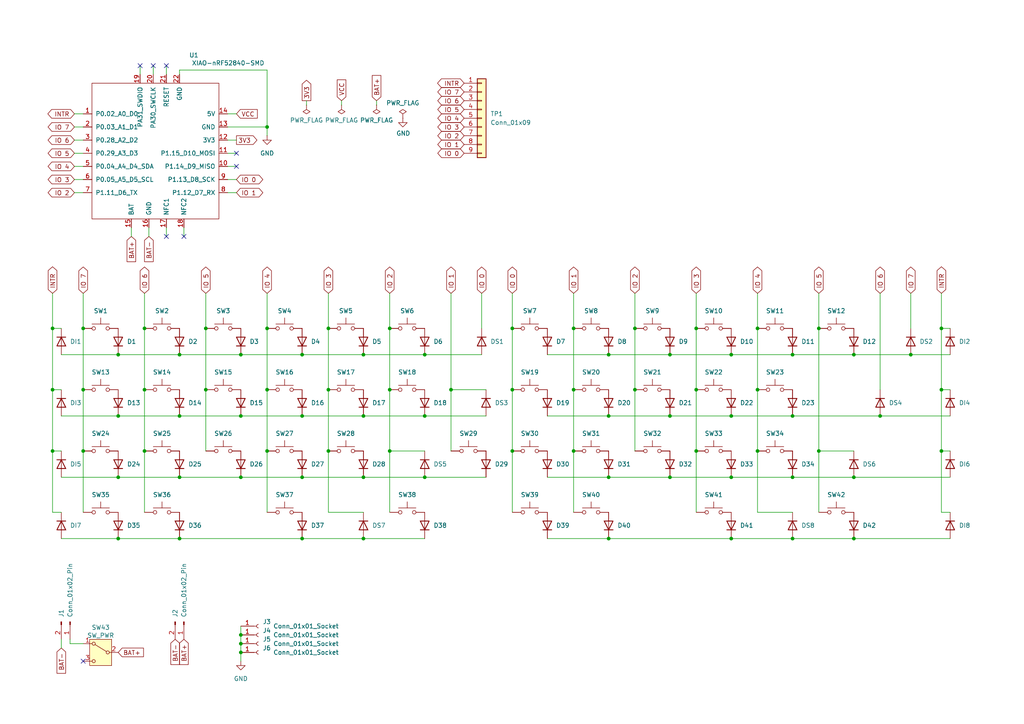
<source format=kicad_sch>
(kicad_sch (version 20250114) (generator "eeschema") (generator_version "9.0")
  (paper "A4")
  (title_block (title "n40a8c") (date "2025-04-17") (rev "1.0"))
  (junction (at 95.25 113.03))
  (junction (at 166.37 113.03))
  (junction (at 41.91 95.25))
  (junction (at 15.24 113.03))
  (junction (at 194.31 102.87))
  (junction (at 148.59 95.25))
  (junction (at 24.13 95.25))
  (junction (at 52.07 120.65))
  (junction (at 148.59 113.03))
  (junction (at 166.37 95.25))
  (junction (at 237.49 95.25))
  (junction (at 77.47 113.03))
  (junction (at 34.29 120.65))
  (junction (at 69.85 189.23))
  (junction (at 52.07 138.43))
  (junction (at 24.13 113.03))
  (junction (at 184.15 95.25))
  (junction (at 105.41 138.43))
  (junction (at 15.24 95.25))
  (junction (at 201.93 113.03))
  (junction (at 113.03 95.25))
  (junction (at 247.65 138.43))
  (junction (at 219.71 130.81))
  (junction (at 59.69 113.03))
  (junction (at 34.29 156.21))
  (junction (at 123.19 138.43))
  (junction (at 41.91 113.03))
  (junction (at 212.09 156.21))
  (junction (at 69.85 186.69))
  (junction (at 69.85 184.15))
  (junction (at 237.49 130.81))
  (junction (at 87.63 156.21))
  (junction (at 123.19 120.65))
  (junction (at 87.63 102.87))
  (junction (at 273.05 95.25))
  (junction (at 105.41 102.87))
  (junction (at 34.29 138.43))
  (junction (at 229.87 102.87))
  (junction (at 148.59 130.81))
  (junction (at 273.05 130.81))
  (junction (at 105.41 156.21))
  (junction (at 69.85 138.43))
  (junction (at 176.53 156.21))
  (junction (at 34.29 102.87))
  (junction (at 77.47 36.83))
  (junction (at 229.87 120.65))
  (junction (at 176.53 102.87))
  (junction (at 212.09 102.87))
  (junction (at 87.63 120.65))
  (junction (at 77.47 95.25))
  (junction (at 52.07 102.87))
  (junction (at 15.24 130.81))
  (junction (at 24.13 130.81))
  (junction (at 247.65 156.21))
  (junction (at 201.93 130.81))
  (junction (at 166.37 130.81))
  (junction (at 87.63 138.43))
  (junction (at 176.53 138.43))
  (junction (at 105.41 120.65))
  (junction (at 123.19 102.87))
  (junction (at 77.47 130.81))
  (junction (at 194.31 120.65))
  (junction (at 194.31 138.43))
  (junction (at 41.91 130.81))
  (junction (at 59.69 95.25))
  (junction (at 229.87 156.21))
  (junction (at 273.05 113.03))
  (junction (at 176.53 120.65))
  (junction (at 255.27 120.65))
  (junction (at 264.16 102.87))
  (junction (at 95.25 95.25))
  (junction (at 247.65 102.87))
  (junction (at 219.71 113.03))
  (junction (at 113.03 130.81))
  (junction (at 113.03 113.03))
  (junction (at 95.25 130.81))
  (junction (at 212.09 138.43))
  (junction (at 219.71 95.25))
  (junction (at 201.93 95.25))
  (junction (at 69.85 102.87))
  (junction (at 184.15 113.03))
  (junction (at 52.07 156.21))
  (junction (at 212.09 120.65))
  (junction (at 130.81 113.03))
  (junction (at 69.85 120.65))
  (junction (at 229.87 138.43))
  (no_connect (at 48.26 19.05))
  (no_connect (at 24.13 191.77))
  (no_connect (at 53.34 68.58))
  (no_connect (at 40.64 19.05))
  (no_connect (at 68.58 48.26))
  (no_connect (at 48.26 68.58))
  (no_connect (at 68.58 44.45))
  (no_connect (at 44.45 19.05))
  (wire (pts (xy 77.47 36.83) (xy 77.47 39.37)))
  (wire (pts (xy 66.04 44.45) (xy 68.58 44.45)))
  (wire (pts (xy 95.25 95.25) (xy 95.25 113.03)))
  (wire (pts (xy 59.69 95.25) (xy 59.69 113.03)))
  (wire (pts (xy 109.22 30.48) (xy 109.22 29.21)))
  (wire (pts (xy 123.19 130.81) (xy 113.03 130.81)))
  (wire (pts (xy 255.27 85.09) (xy 255.27 113.03)))
  (wire (pts (xy 201.93 85.09) (xy 201.93 95.25)))
  (wire (pts (xy 194.31 120.65) (xy 212.09 120.65)))
  (wire (pts (xy 52.07 102.87) (xy 34.29 102.87)))
  (wire (pts (xy 66.04 33.02) (xy 68.58 33.02)))
  (wire (pts (xy 66.04 36.83) (xy 77.47 36.83)))
  (wire (pts (xy 176.53 156.21) (xy 212.09 156.21)))
  (wire (pts (xy 158.75 138.43) (xy 176.53 138.43)))
  (wire (pts (xy 105.41 138.43) (xy 87.63 138.43)))
  (wire (pts (xy 69.85 120.65) (xy 52.07 120.65)))
  (wire (pts (xy 48.26 19.05) (xy 48.26 21.59)))
  (wire (pts (xy 69.85 184.15) (xy 69.85 186.69)))
  (wire (pts (xy 24.13 85.09) (xy 24.13 95.25)))
  (wire (pts (xy 95.25 113.03) (xy 95.25 130.81)))
  (wire (pts (xy 77.47 130.81) (xy 77.47 148.59)))
  (wire (pts (xy 40.64 19.05) (xy 40.64 21.59)))
  (wire (pts (xy 123.19 138.43) (xy 140.97 138.43)))
  (wire (pts (xy 41.91 85.09) (xy 41.91 95.25)))
  (wire (pts (xy 148.59 113.03) (xy 148.59 130.81)))
  (wire (pts (xy 17.78 102.87) (xy 34.29 102.87)))
  (wire (pts (xy 140.97 120.65) (xy 123.19 120.65)))
  (wire (pts (xy 184.15 85.09) (xy 184.15 95.25)))
  (wire (pts (xy 41.91 95.25) (xy 41.91 113.03)))
  (wire (pts (xy 69.85 102.87) (xy 52.07 102.87)))
  (wire (pts (xy 21.59 52.07) (xy 24.13 52.07)))
  (wire (pts (xy 17.78 185.42) (xy 17.78 187.96)))
  (wire (pts (xy 24.13 130.81) (xy 24.13 148.59)))
  (wire (pts (xy 87.63 102.87) (xy 69.85 102.87)))
  (wire (pts (xy 77.47 95.25) (xy 77.47 113.03)))
  (wire (pts (xy 273.05 85.09) (xy 273.05 95.25)))
  (wire (pts (xy 66.04 48.26) (xy 68.58 48.26)))
  (wire (pts (xy 229.87 156.21) (xy 247.65 156.21)))
  (wire (pts (xy 48.26 66.04) (xy 48.26 68.58)))
  (wire (pts (xy 21.59 40.64) (xy 24.13 40.64)))
  (wire (pts (xy 237.49 130.81) (xy 237.49 148.59)))
  (wire (pts (xy 15.24 130.81) (xy 15.24 148.59)))
  (wire (pts (xy 158.75 156.21) (xy 176.53 156.21)))
  (wire (pts (xy 41.91 113.03) (xy 41.91 130.81)))
  (wire (pts (xy 95.25 130.81) (xy 95.25 148.59)))
  (wire (pts (xy 66.04 40.64) (xy 68.58 40.64)))
  (wire (pts (xy 77.47 113.03) (xy 77.47 130.81)))
  (wire (pts (xy 148.59 95.25) (xy 148.59 113.03)))
  (wire (pts (xy 158.75 120.65) (xy 176.53 120.65)))
  (wire (pts (xy 219.71 95.25) (xy 219.71 113.03)))
  (wire (pts (xy 212.09 156.21) (xy 229.87 156.21)))
  (wire (pts (xy 275.59 130.81) (xy 273.05 130.81)))
  (wire (pts (xy 229.87 102.87) (xy 247.65 102.87)))
  (wire (pts (xy 229.87 120.65) (xy 255.27 120.65)))
  (wire (pts (xy 275.59 148.59) (xy 273.05 148.59)))
  (wire (pts (xy 275.59 95.25) (xy 273.05 95.25)))
  (wire (pts (xy 194.31 138.43) (xy 212.09 138.43)))
  (wire (pts (xy 255.27 120.65) (xy 275.59 120.65)))
  (wire (pts (xy 237.49 95.25) (xy 237.49 130.81)))
  (wire (pts (xy 113.03 95.25) (xy 113.03 113.03)))
  (wire (pts (xy 59.69 85.09) (xy 59.69 95.25)))
  (wire (pts (xy 219.71 113.03) (xy 219.71 130.81)))
  (wire (pts (xy 166.37 95.25) (xy 166.37 113.03)))
  (wire (pts (xy 264.16 85.09) (xy 264.16 95.25)))
  (wire (pts (xy 77.47 85.09) (xy 77.47 95.25)))
  (wire (pts (xy 166.37 85.09) (xy 166.37 95.25)))
  (wire (pts (xy 273.05 130.81) (xy 273.05 148.59)))
  (wire (pts (xy 20.32 186.69) (xy 20.32 185.42)))
  (wire (pts (xy 66.04 52.07) (xy 68.58 52.07)))
  (wire (pts (xy 21.59 36.83) (xy 24.13 36.83)))
  (wire (pts (xy 105.41 156.21) (xy 123.19 156.21)))
  (wire (pts (xy 17.78 156.21) (xy 34.29 156.21)))
  (wire (pts (xy 99.06 30.48) (xy 99.06 29.21)))
  (wire (pts (xy 273.05 113.03) (xy 273.05 130.81)))
  (wire (pts (xy 52.07 138.43) (xy 34.29 138.43)))
  (wire (pts (xy 52.07 20.32) (xy 77.47 20.32)))
  (wire (pts (xy 247.65 156.21) (xy 275.59 156.21)))
  (wire (pts (xy 130.81 113.03) (xy 130.81 130.81)))
  (wire (pts (xy 247.65 102.87) (xy 264.16 102.87)))
  (wire (pts (xy 95.25 85.09) (xy 95.25 95.25)))
  (wire (pts (xy 59.69 113.03) (xy 59.69 130.81)))
  (wire (pts (xy 21.59 44.45) (xy 24.13 44.45)))
  (wire (pts (xy 15.24 95.25) (xy 17.78 95.25)))
  (wire (pts (xy 69.85 181.61) (xy 69.85 184.15)))
  (wire (pts (xy 66.04 55.88) (xy 68.58 55.88)))
  (wire (pts (xy 15.24 130.81) (xy 17.78 130.81)))
  (wire (pts (xy 176.53 138.43) (xy 194.31 138.43)))
  (wire (pts (xy 105.41 148.59) (xy 95.25 148.59)))
  (wire (pts (xy 77.47 20.32) (xy 77.47 36.83)))
  (wire (pts (xy 52.07 156.21) (xy 87.63 156.21)))
  (wire (pts (xy 21.59 33.02) (xy 24.13 33.02)))
  (wire (pts (xy 229.87 138.43) (xy 247.65 138.43)))
  (wire (pts (xy 247.65 138.43) (xy 275.59 138.43)))
  (wire (pts (xy 148.59 85.09) (xy 148.59 95.25)))
  (wire (pts (xy 219.71 130.81) (xy 219.71 148.59)))
  (wire (pts (xy 201.93 95.25) (xy 201.93 113.03)))
  (wire (pts (xy 53.34 66.04) (xy 53.34 68.58)))
  (wire (pts (xy 43.18 66.04) (xy 43.18 68.58)))
  (wire (pts (xy 69.85 186.69) (xy 69.85 189.23)))
  (wire (pts (xy 41.91 130.81) (xy 41.91 148.59)))
  (wire (pts (xy 139.7 85.09) (xy 139.7 95.25)))
  (wire (pts (xy 219.71 148.59) (xy 229.87 148.59)))
  (wire (pts (xy 21.59 55.88) (xy 24.13 55.88)))
  (wire (pts (xy 105.41 138.43) (xy 123.19 138.43)))
  (wire (pts (xy 219.71 85.09) (xy 219.71 95.25)))
  (wire (pts (xy 113.03 85.09) (xy 113.03 95.25)))
  (wire (pts (xy 17.78 138.43) (xy 34.29 138.43)))
  (wire (pts (xy 52.07 120.65) (xy 34.29 120.65)))
  (wire (pts (xy 88.9 29.21) (xy 88.9 30.48)))
  (wire (pts (xy 24.13 113.03) (xy 24.13 130.81)))
  (wire (pts (xy 87.63 156.21) (xy 105.41 156.21)))
  (wire (pts (xy 184.15 113.03) (xy 184.15 130.81)))
  (wire (pts (xy 201.93 113.03) (xy 201.93 130.81)))
  (wire (pts (xy 212.09 102.87) (xy 229.87 102.87)))
  (wire (pts (xy 264.16 102.87) (xy 275.59 102.87)))
  (wire (pts (xy 237.49 85.09) (xy 237.49 95.25)))
  (wire (pts (xy 20.32 186.69) (xy 24.13 186.69)))
  (wire (pts (xy 194.31 102.87) (xy 212.09 102.87)))
  (wire (pts (xy 87.63 138.43) (xy 69.85 138.43)))
  (wire (pts (xy 34.29 156.21) (xy 52.07 156.21)))
  (wire (pts (xy 212.09 138.43) (xy 229.87 138.43)))
  (wire (pts (xy 123.19 102.87) (xy 105.41 102.87)))
  (wire (pts (xy 105.41 102.87) (xy 87.63 102.87)))
  (wire (pts (xy 184.15 95.25) (xy 184.15 113.03)))
  (wire (pts (xy 212.09 120.65) (xy 229.87 120.65)))
  (wire (pts (xy 273.05 95.25) (xy 273.05 113.03)))
  (wire (pts (xy 166.37 130.81) (xy 166.37 148.59)))
  (wire (pts (xy 15.24 113.03) (xy 17.78 113.03)))
  (wire (pts (xy 38.1 66.04) (xy 38.1 68.58)))
  (wire (pts (xy 15.24 113.03) (xy 15.24 130.81)))
  (wire (pts (xy 69.85 138.43) (xy 52.07 138.43)))
  (wire (pts (xy 15.24 95.25) (xy 15.24 113.03)))
  (wire (pts (xy 113.03 113.03) (xy 113.03 130.81)))
  (wire (pts (xy 24.13 95.25) (xy 24.13 113.03)))
  (wire (pts (xy 15.24 85.09) (xy 15.24 95.25)))
  (wire (pts (xy 15.24 148.59) (xy 17.78 148.59)))
  (wire (pts (xy 123.19 120.65) (xy 105.41 120.65)))
  (wire (pts (xy 21.59 48.26) (xy 24.13 48.26)))
  (wire (pts (xy 113.03 130.81) (xy 113.03 148.59)))
  (wire (pts (xy 176.53 102.87) (xy 194.31 102.87)))
  (wire (pts (xy 140.97 113.03) (xy 130.81 113.03)))
  (wire (pts (xy 105.41 120.65) (xy 87.63 120.65)))
  (wire (pts (xy 201.93 130.81) (xy 201.93 148.59)))
  (wire (pts (xy 166.37 113.03) (xy 166.37 130.81)))
  (wire (pts (xy 148.59 130.81) (xy 148.59 148.59)))
  (wire (pts (xy 87.63 120.65) (xy 69.85 120.65)))
  (wire (pts (xy 52.07 21.59) (xy 52.07 20.32)))
  (wire (pts (xy 275.59 113.03) (xy 273.05 113.03)))
  (wire (pts (xy 139.7 102.87) (xy 123.19 102.87)))
  (wire (pts (xy 158.75 102.87) (xy 176.53 102.87)))
  (wire (pts (xy 237.49 130.81) (xy 247.65 130.81)))
  (wire (pts (xy 130.81 85.09) (xy 130.81 113.03)))
  (wire (pts (xy 44.45 19.05) (xy 44.45 21.59)))
  (wire (pts (xy 176.53 120.65) (xy 194.31 120.65)))
  (wire (pts (xy 69.85 189.23) (xy 69.85 191.77)))
  (wire (pts (xy 17.78 120.65) (xy 34.29 120.65)))
  (global_label "IO 0" (shape bidirectional) (at 139.7 85.09 90) (property "Intersheetrefs" "${INTERSHEET_REFS}" (effects (hide yes))))
  (global_label "IO 7" (shape bidirectional) (at 24.13 85.09 90) (property "Intersheetrefs" "${INTERSHEET_REFS}" (effects (hide yes))))
  (global_label "IO 3" (shape bidirectional) (at 21.59 52.07 180) (property "Intersheetrefs" "${INTERSHEET_REFS}" (effects (hide yes))))
  (global_label "IO 1" (shape bidirectional) (at 166.37 85.09 90) (property "Intersheetrefs" "${INTERSHEET_REFS}" (effects (hide yes))))
  (global_label "IO 3" (shape bidirectional) (at 134.62 36.83 180) (property "Intersheetrefs" "${INTERSHEET_REFS}" (effects (hide yes))))
  (global_label "BAT+" (shape input) (at 109.22 29.21 90) (property "Intersheetrefs" "${INTERSHEET_REFS}" (effects (hide yes))))
  (global_label "BAT-" (shape input) (at 50.8 185.42 270) (property "Intersheetrefs" "${INTERSHEET_REFS}" (effects (hide yes))))
  (global_label "IO 0" (shape bidirectional) (at 68.58 52.07 0) (property "Intersheetrefs" "${INTERSHEET_REFS}" (effects (hide yes))))
  (global_label "IO 2" (shape bidirectional) (at 21.59 55.88 180) (property "Intersheetrefs" "${INTERSHEET_REFS}" (effects (hide yes))))
  (global_label "IO 0" (shape bidirectional) (at 134.62 44.45 180) (property "Intersheetrefs" "${INTERSHEET_REFS}" (effects (hide yes))))
  (global_label "INTR" (shape bidirectional) (at 15.24 85.09 90) (property "Intersheetrefs" "${INTERSHEET_REFS}" (effects (hide yes))))
  (global_label "IO 4" (shape bidirectional) (at 219.71 85.09 90) (property "Intersheetrefs" "${INTERSHEET_REFS}" (effects (hide yes))))
  (global_label "IO 3" (shape bidirectional) (at 201.93 85.09 90) (property "Intersheetrefs" "${INTERSHEET_REFS}" (effects (hide yes))))
  (global_label "INTR" (shape bidirectional) (at 134.62 24.13 180) (property "Intersheetrefs" "${INTERSHEET_REFS}" (effects (hide yes))))
  (global_label "IO 6" (shape bidirectional) (at 134.62 29.21 180) (property "Intersheetrefs" "${INTERSHEET_REFS}" (effects (hide yes))))
  (global_label "IO 6" (shape bidirectional) (at 255.27 85.09 90) (property "Intersheetrefs" "${INTERSHEET_REFS}" (effects (hide yes))))
  (global_label "IO 2" (shape bidirectional) (at 134.62 39.37 180) (property "Intersheetrefs" "${INTERSHEET_REFS}" (effects (hide yes))))
  (global_label "IO 2" (shape bidirectional) (at 184.15 85.09 90) (property "Intersheetrefs" "${INTERSHEET_REFS}" (effects (hide yes))))
  (global_label "IO 6" (shape bidirectional) (at 41.91 85.09 90) (property "Intersheetrefs" "${INTERSHEET_REFS}" (effects (hide yes))))
  (global_label "IO 5" (shape bidirectional) (at 21.59 44.45 180) (property "Intersheetrefs" "${INTERSHEET_REFS}" (effects (hide yes))))
  (global_label "INTR" (shape bidirectional) (at 273.05 85.09 90) (property "Intersheetrefs" "${INTERSHEET_REFS}" (effects (hide yes))))
  (global_label "IO 5" (shape bidirectional) (at 134.62 31.75 180) (property "Intersheetrefs" "${INTERSHEET_REFS}" (effects (hide yes))))
  (global_label "IO 5" (shape bidirectional) (at 237.49 85.09 90) (property "Intersheetrefs" "${INTERSHEET_REFS}" (effects (hide yes))))
  (global_label "IO 7" (shape bidirectional) (at 134.62 26.67 180) (property "Intersheetrefs" "${INTERSHEET_REFS}" (effects (hide yes))))
  (global_label "VCC" (shape input) (at 68.58 33.02 0) (property "Intersheetrefs" "${INTERSHEET_REFS}" (effects (hide yes))))
  (global_label "IO 7" (shape bidirectional) (at 264.16 85.09 90) (property "Intersheetrefs" "${INTERSHEET_REFS}" (effects (hide yes))))
  (global_label "IO 3" (shape bidirectional) (at 95.25 85.09 90) (property "Intersheetrefs" "${INTERSHEET_REFS}" (effects (hide yes))))
  (global_label "IO 4" (shape bidirectional) (at 134.62 34.29 180) (property "Intersheetrefs" "${INTERSHEET_REFS}" (effects (hide yes))))
  (global_label "BAT+" (shape input) (at 53.34 185.42 270) (property "Intersheetrefs" "${INTERSHEET_REFS}" (effects (hide yes))))
  (global_label "IO 6" (shape bidirectional) (at 21.59 40.64 180) (property "Intersheetrefs" "${INTERSHEET_REFS}" (effects (hide yes))))
  (global_label "BAT-" (shape input) (at 17.78 187.96 270) (property "Intersheetrefs" "${INTERSHEET_REFS}" (effects (hide yes))))
  (global_label "3V3" (shape output) (at 88.9 29.21 90) (property "Intersheetrefs" "${INTERSHEET_REFS}" (effects (hide yes))))
  (global_label "INTR" (shape bidirectional) (at 21.59 33.02 180) (property "Intersheetrefs" "${INTERSHEET_REFS}" (effects (hide yes))))
  (global_label "IO 0" (shape bidirectional) (at 148.59 85.09 90) (property "Intersheetrefs" "${INTERSHEET_REFS}" (effects (hide yes))))
  (global_label "VCC" (shape input) (at 99.06 29.21 90) (property "Intersheetrefs" "${INTERSHEET_REFS}" (effects (hide yes))))
  (global_label "BAT+" (shape input) (at 38.1 68.58 270) (property "Intersheetrefs" "${INTERSHEET_REFS}" (effects (hide yes))))
  (global_label "BAT-" (shape input) (at 43.18 68.58 270) (property "Intersheetrefs" "${INTERSHEET_REFS}" (effects (hide yes))))
  (global_label "IO 4" (shape bidirectional) (at 21.59 48.26 180) (property "Intersheetrefs" "${INTERSHEET_REFS}" (effects (hide yes))))
  (global_label "IO 2" (shape bidirectional) (at 113.03 85.09 90) (property "Intersheetrefs" "${INTERSHEET_REFS}" (effects (hide yes))))
  (global_label "IO 1" (shape bidirectional) (at 134.62 41.91 180) (property "Intersheetrefs" "${INTERSHEET_REFS}" (effects (hide yes))))
  (global_label "IO 5" (shape bidirectional) (at 59.69 85.09 90) (property "Intersheetrefs" "${INTERSHEET_REFS}" (effects (hide yes))))
  (global_label "BAT+" (shape input) (at 34.29 189.23 0) (property "Intersheetrefs" "${INTERSHEET_REFS}" (effects (hide yes))))
  (global_label "IO 7" (shape bidirectional) (at 21.59 36.83 180) (property "Intersheetrefs" "${INTERSHEET_REFS}" (effects (hide yes))))
  (global_label "IO 4" (shape bidirectional) (at 77.47 85.09 90) (property "Intersheetrefs" "${INTERSHEET_REFS}" (effects (hide yes))))
  (global_label "IO 1" (shape bidirectional) (at 68.58 55.88 0) (property "Intersheetrefs" "${INTERSHEET_REFS}" (effects (hide yes))))
  (global_label "3V3" (shape output) (at 68.58 40.64 0) (property "Intersheetrefs" "${INTERSHEET_REFS}" (effects (hide yes))))
  (global_label "IO 1" (shape bidirectional) (at 130.81 85.09 90) (property "Intersheetrefs" "${INTERSHEET_REFS}" (effects (hide yes))))
  (symbol (lib_id "power:PWR_FLAG") (at 109.22 30.48 180) (unit 1)
    (property "Reference" "#FLG03" (effects (hide yes)))
    (property "Value" "PWR_FLAG" (at 109.22 34.8742 0))
  )
  (symbol (lib_id "Switch:SW_SPDT") (at 29.21 189.23 0) (mirror y) (unit 1)
    (property "Reference" "SW43" (at 29.21 181.991 0))
    (property "Value" "SW_PWR" (at 29.21 184.3024 0))
    (property "Footprint" "cscslib:SLIDE_SWITCH_SK-12D01" (effects (hide yes)))
  )
  (symbol (lib_id "power:GND") (at 116.84 34.29 0) (unit 1)
    (property "Reference" "#PWR01" (effects (hide yes)))
    (property "Value" "GND" (at 116.967 38.6842 0))
  )
  (symbol (lib_id "power:PWR_FLAG") (at 116.84 34.29 0) (unit 1)
    (property "Reference" "#FLG04" (effects (hide yes)))
    (property "Value" "PWR_FLAG" (at 116.84 29.8704 0))
  )
  (symbol (lib_id "power:PWR_FLAG") (at 99.06 30.48 180) (unit 1)
    (property "Reference" "#FLG02" (effects (hide yes)))
    (property "Value" "PWR_FLAG" (at 99.06 34.8742 0))
  )
  (symbol (lib_id "Diode:1N4148W") (at 275.59 152.4 270) (unit 1)
    (property "Reference" "DI8" (at 278.13 152.3999 90) (effects (justify left)))
    (property "Value" "1N4148W" (effects (hide yes)))
    (property "Footprint" "Diode_SMD:D_SOD-123" (effects (hide yes)))
    (property "Datasheet" "https://www.vishay.com/docs/85748/1n4148w.pdf" (effects (hide yes)))
    (property "Description" "75V 0.15A Fast Switching Diode, SOD-123" (effects (hide yes)))
    (property "Sim.Device" "D" (effects (hide yes)))
    (property "Sim.Pins" "1=K 2=A" (effects (hide yes)))
  )
  (symbol (lib_id "Diode:1N4148W") (at 52.07 134.62 90) (unit 1)
    (property "Reference" "D25" (at 54.61 134.6199 90) (effects (justify right)))
    (property "Value" "1N4148W" (effects (hide yes)))
    (property "Footprint" "Diode_SMD:D_SOD-123" (effects (hide yes)))
    (property "Datasheet" "https://www.vishay.com/docs/85748/1n4148w.pdf" (effects (hide yes)))
    (property "Description" "75V 0.15A Fast Switching Diode, SOD-123" (effects (hide yes)))
    (property "Sim.Device" "D" (effects (hide yes)))
    (property "Sim.Pins" "1=K 2=A" (effects (hide yes)))
  )
  (symbol (lib_id "Diode:1N4148W") (at 140.97 116.84 270) (unit 1)
    (property "Reference" "DS3" (at 143.51 116.8399 90) (effects (justify left)))
    (property "Value" "1N4148W" (effects (hide yes)))
    (property "Footprint" "Diode_SMD:D_SOD-123" (effects (hide yes)))
    (property "Datasheet" "https://www.vishay.com/docs/85748/1n4148w.pdf" (effects (hide yes)))
    (property "Description" "75V 0.15A Fast Switching Diode, SOD-123" (effects (hide yes)))
    (property "Sim.Device" "D" (effects (hide yes)))
    (property "Sim.Pins" "1=K 2=A" (effects (hide yes)))
  )
  (symbol (lib_id "Diode:1N4148W") (at 139.7 99.06 270) (unit 1)
    (property "Reference" "DS1" (at 142.24 99.0599 90) (effects (justify left)))
    (property "Value" "1N4148W" (effects (hide yes)))
    (property "Footprint" "Diode_SMD:D_SOD-123" (effects (hide yes)))
    (property "Datasheet" "https://www.vishay.com/docs/85748/1n4148w.pdf" (effects (hide yes)))
    (property "Description" "75V 0.15A Fast Switching Diode, SOD-123" (effects (hide yes)))
    (property "Sim.Device" "D" (effects (hide yes)))
    (property "Sim.Pins" "1=K 2=A" (effects (hide yes)))
  )
  (symbol (lib_id "Diode:1N4148W") (at 87.63 99.06 90) (unit 1)
    (property "Reference" "D4" (at 90.17 99.0599 90) (effects (justify right)))
    (property "Value" "1N4148W" (effects (hide yes)))
    (property "Footprint" "Diode_SMD:D_SOD-123" (effects (hide yes)))
    (property "Datasheet" "https://www.vishay.com/docs/85748/1n4148w.pdf" (effects (hide yes)))
    (property "Description" "75V 0.15A Fast Switching Diode, SOD-123" (effects (hide yes)))
    (property "Sim.Device" "D" (effects (hide yes)))
    (property "Sim.Pins" "1=K 2=A" (effects (hide yes)))
  )
  (symbol (lib_id "Diode:1N4148W") (at 275.59 116.84 270) (unit 1)
    (property "Reference" "DI4" (at 278.13 116.8399 90) (effects (justify left)))
    (property "Value" "1N4148W" (effects (hide yes)))
    (property "Footprint" "Diode_SMD:D_SOD-123" (effects (hide yes)))
    (property "Datasheet" "https://www.vishay.com/docs/85748/1n4148w.pdf" (effects (hide yes)))
    (property "Description" "75V 0.15A Fast Switching Diode, SOD-123" (effects (hide yes)))
    (property "Sim.Device" "D" (effects (hide yes)))
    (property "Sim.Pins" "1=K 2=A" (effects (hide yes)))
  )
  (symbol (lib_id "Diode:1N4148W") (at 275.59 134.62 270) (unit 1)
    (property "Reference" "DI6" (at 278.13 134.6199 90) (effects (justify left)))
    (property "Value" "1N4148W" (effects (hide yes)))
    (property "Footprint" "Diode_SMD:D_SOD-123" (effects (hide yes)))
    (property "Datasheet" "https://www.vishay.com/docs/85748/1n4148w.pdf" (effects (hide yes)))
    (property "Description" "75V 0.15A Fast Switching Diode, SOD-123" (effects (hide yes)))
    (property "Sim.Device" "D" (effects (hide yes)))
    (property "Sim.Pins" "1=K 2=A" (effects (hide yes)))
  )
  (symbol (lib_id "Switch:SW_Push") (at 82.55 95.25 0) (unit 1)
    (property "Reference" "SW4" (at 82.55 90.17 0))
    (property "Value" "SW_Push" (effects (hide yes)))
    (property "Footprint" "cscslib:CPG151101S11_1u" (effects (hide yes)))
    (property "Description" "Push button switch, generic, two pins" (effects (hide yes)))
  )
  (symbol (lib_id "Diode:1N4148W") (at 158.75 116.84 90) (unit 1)
    (property "Reference" "D19" (at 161.29 116.8399 90) (effects (justify right)))
    (property "Value" "1N4148W" (effects (hide yes)))
    (property "Footprint" "Diode_SMD:D_SOD-123" (effects (hide yes)))
    (property "Datasheet" "https://www.vishay.com/docs/85748/1n4148w.pdf" (effects (hide yes)))
    (property "Description" "75V 0.15A Fast Switching Diode, SOD-123" (effects (hide yes)))
    (property "Sim.Device" "D" (effects (hide yes)))
    (property "Sim.Pins" "1=K 2=A" (effects (hide yes)))
  )
  (symbol (lib_id "Switch:SW_Push") (at 224.79 95.25 0) (unit 1)
    (property "Reference" "SW11" (at 224.79 90.17 0))
    (property "Value" "SW_Push" (effects (hide yes)))
    (property "Footprint" "cscslib:CPG151101S11_1u" (effects (hide yes)))
    (property "Description" "Push button switch, generic, two pins" (effects (hide yes)))
  )
  (symbol (lib_id "Diode:1N4148W") (at 52.07 116.84 90) (unit 1)
    (property "Reference" "D14" (at 54.61 116.8399 90) (effects (justify right)))
    (property "Value" "1N4148W" (effects (hide yes)))
    (property "Footprint" "Diode_SMD:D_SOD-123" (effects (hide yes)))
    (property "Datasheet" "https://www.vishay.com/docs/85748/1n4148w.pdf" (effects (hide yes)))
    (property "Description" "75V 0.15A Fast Switching Diode, SOD-123" (effects (hide yes)))
    (property "Sim.Device" "D" (effects (hide yes)))
    (property "Sim.Pins" "1=K 2=A" (effects (hide yes)))
  )
  (symbol (lib_id "Diode:1N4148W") (at 229.87 116.84 90) (unit 1)
    (property "Reference" "D23" (at 232.41 116.8399 90) (effects (justify right)))
    (property "Value" "1N4148W" (effects (hide yes)))
    (property "Footprint" "Diode_SMD:D_SOD-123" (effects (hide yes)))
    (property "Datasheet" "https://www.vishay.com/docs/85748/1n4148w.pdf" (effects (hide yes)))
    (property "Description" "75V 0.15A Fast Switching Diode, SOD-123" (effects (hide yes)))
    (property "Sim.Device" "D" (effects (hide yes)))
    (property "Sim.Pins" "1=K 2=A" (effects (hide yes)))
  )
  (symbol (lib_id "Switch:SW_Push") (at 242.57 95.25 0) (unit 1)
    (property "Reference" "SW12" (at 242.57 90.17 0))
    (property "Value" "SW_Push" (effects (hide yes)))
    (property "Footprint" "cscslib:CPG151101S11_1.5u" (effects (hide yes)))
    (property "Description" "Push button switch, generic, two pins" (effects (hide yes)))
  )
  (symbol (lib_id "Switch:SW_Push") (at 100.33 113.03 0) (unit 1)
    (property "Reference" "SW17" (at 100.33 107.95 0))
    (property "Value" "SW_Push" (effects (hide yes)))
    (property "Footprint" "cscslib:CPG151101S11_1u" (effects (hide yes)))
    (property "Description" "Push button switch, generic, two pins" (effects (hide yes)))
  )
  (symbol (lib_id "Diode:1N4148W") (at 247.65 134.62 270) (unit 1)
    (property "Reference" "DS6" (at 250.19 134.6199 90) (effects (justify left)))
    (property "Value" "1N4148W" (effects (hide yes)))
    (property "Footprint" "Diode_SMD:D_SOD-123" (effects (hide yes)))
    (property "Datasheet" "https://www.vishay.com/docs/85748/1n4148w.pdf" (effects (hide yes)))
    (property "Description" "75V 0.15A Fast Switching Diode, SOD-123" (effects (hide yes)))
    (property "Sim.Device" "D" (effects (hide yes)))
    (property "Sim.Pins" "1=K 2=A" (effects (hide yes)))
  )
  (symbol (lib_id "Diode:1N4148W") (at 52.07 152.4 90) (unit 1)
    (property "Reference" "D36" (at 54.61 152.3999 90) (effects (justify right)))
    (property "Value" "1N4148W" (effects (hide yes)))
    (property "Footprint" "Diode_SMD:D_SOD-123" (effects (hide yes)))
    (property "Datasheet" "https://www.vishay.com/docs/85748/1n4148w.pdf" (effects (hide yes)))
    (property "Description" "75V 0.15A Fast Switching Diode, SOD-123" (effects (hide yes)))
    (property "Sim.Device" "D" (effects (hide yes)))
    (property "Sim.Pins" "1=K 2=A" (effects (hide yes)))
  )
  (symbol (lib_id "Switch:SW_Push") (at 100.33 95.25 0) (unit 1)
    (property "Reference" "SW5" (at 100.33 90.17 0))
    (property "Value" "SW_Push" (effects (hide yes)))
    (property "Footprint" "cscslib:CPG151101S11_1u" (effects (hide yes)))
    (property "Description" "Push button switch, generic, two pins" (effects (hide yes)))
  )
  (symbol (lib_id "Switch:SW_Push") (at 171.45 95.25 0) (unit 1)
    (property "Reference" "SW8" (at 171.45 90.17 0))
    (property "Value" "SW_Push" (effects (hide yes)))
    (property "Footprint" "cscslib:CPG151101S11_1u" (effects (hide yes)))
    (property "Description" "Push button switch, generic, two pins" (effects (hide yes)))
  )
  (symbol (lib_id "Diode:1N4148W") (at 229.87 99.06 90) (unit 1)
    (property "Reference" "D11" (at 232.41 99.0599 90) (effects (justify right)))
    (property "Value" "1N4148W" (effects (hide yes)))
    (property "Footprint" "Diode_SMD:D_SOD-123" (effects (hide yes)))
    (property "Datasheet" "https://www.vishay.com/docs/85748/1n4148w.pdf" (effects (hide yes)))
    (property "Description" "75V 0.15A Fast Switching Diode, SOD-123" (effects (hide yes)))
    (property "Sim.Device" "D" (effects (hide yes)))
    (property "Sim.Pins" "1=K 2=A" (effects (hide yes)))
  )
  (symbol (lib_id "Diode:1N4148W") (at 194.31 134.62 90) (unit 1)
    (property "Reference" "D32" (at 196.85 134.6199 90) (effects (justify right)))
    (property "Value" "1N4148W" (effects (hide yes)))
    (property "Footprint" "Diode_SMD:D_SOD-123" (effects (hide yes)))
    (property "Datasheet" "https://www.vishay.com/docs/85748/1n4148w.pdf" (effects (hide yes)))
    (property "Description" "75V 0.15A Fast Switching Diode, SOD-123" (effects (hide yes)))
    (property "Sim.Device" "D" (effects (hide yes)))
    (property "Sim.Pins" "1=K 2=A" (effects (hide yes)))
  )
  (symbol (lib_id "Switch:SW_Push") (at 135.89 130.81 0) (unit 1)
    (property "Reference" "SW29" (at 135.89 125.73 0))
    (property "Value" "SW_Push" (effects (hide yes)))
    (property "Footprint" "cscslib:CPG151101S11_1u" (effects (hide yes)))
    (property "Description" "Push button switch, generic, two pins" (effects (hide yes)))
  )
  (symbol (lib_id "Diode:1N4148W") (at 176.53 152.4 90) (unit 1)
    (property "Reference" "D40" (at 179.07 152.3999 90) (effects (justify right)))
    (property "Value" "1N4148W" (effects (hide yes)))
    (property "Footprint" "Diode_SMD:D_SOD-123" (effects (hide yes)))
    (property "Datasheet" "https://www.vishay.com/docs/85748/1n4148w.pdf" (effects (hide yes)))
    (property "Description" "75V 0.15A Fast Switching Diode, SOD-123" (effects (hide yes)))
    (property "Sim.Device" "D" (effects (hide yes)))
    (property "Sim.Pins" "1=K 2=A" (effects (hide yes)))
  )
  (symbol (lib_id "Switch:SW_Push") (at 242.57 148.59 0) (unit 1)
    (property "Reference" "SW42" (at 242.57 143.51 0))
    (property "Value" "SW_Push" (effects (hide yes)))
    (property "Footprint" "cscslib:CPG151101S11_1.25u" (effects (hide yes)))
    (property "Description" "Push button switch, generic, two pins" (effects (hide yes)))
  )
  (symbol (lib_id "Diode:1N4148W") (at 87.63 152.4 90) (unit 1)
    (property "Reference" "D37" (at 90.17 152.3999 90) (effects (justify right)))
    (property "Value" "1N4148W" (effects (hide yes)))
    (property "Footprint" "Diode_SMD:D_SOD-123" (effects (hide yes)))
    (property "Datasheet" "https://www.vishay.com/docs/85748/1n4148w.pdf" (effects (hide yes)))
    (property "Description" "75V 0.15A Fast Switching Diode, SOD-123" (effects (hide yes)))
    (property "Sim.Device" "D" (effects (hide yes)))
    (property "Sim.Pins" "1=K 2=A" (effects (hide yes)))
  )
  (symbol (lib_id "Switch:SW_Push") (at 153.67 148.59 0) (unit 1)
    (property "Reference" "SW39" (at 153.67 143.51 0))
    (property "Value" "SW_Push" (effects (hide yes)))
    (property "Footprint" "cscslib:CPG151101S11_2.25u" (effects (hide yes)))
    (property "Description" "Push button switch, generic, two pins" (effects (hide yes)))
  )
  (symbol (lib_id "Switch:SW_Push") (at 29.21 113.03 0) (unit 1)
    (property "Reference" "SW13" (at 29.21 107.95 0))
    (property "Value" "SW_Push" (effects (hide yes)))
    (property "Footprint" "cscslib:CPG151101S11_1.75u" (effects (hide yes)))
    (property "Description" "Push button switch, generic, two pins" (effects (hide yes)))
  )
  (symbol (lib_id "Diode:1N4148W") (at 105.41 116.84 90) (unit 1)
    (property "Reference" "D17" (at 107.95 116.8399 90) (effects (justify right)))
    (property "Value" "1N4148W" (effects (hide yes)))
    (property "Footprint" "Diode_SMD:D_SOD-123" (effects (hide yes)))
    (property "Datasheet" "https://www.vishay.com/docs/85748/1n4148w.pdf" (effects (hide yes)))
    (property "Description" "75V 0.15A Fast Switching Diode, SOD-123" (effects (hide yes)))
    (property "Sim.Device" "D" (effects (hide yes)))
    (property "Sim.Pins" "1=K 2=A" (effects (hide yes)))
  )
  (symbol (lib_id "Switch:SW_Push") (at 82.55 113.03 0) (unit 1)
    (property "Reference" "SW16" (at 82.55 107.95 0))
    (property "Value" "SW_Push" (effects (hide yes)))
    (property "Footprint" "cscslib:CPG151101S11_1u" (effects (hide yes)))
    (property "Description" "Push button switch, generic, two pins" (effects (hide yes)))
  )
  (symbol (lib_id "Diode:1N4148W") (at 52.07 99.06 90) (unit 1)
    (property "Reference" "D2" (at 54.61 99.0599 90) (effects (justify right)))
    (property "Value" "1N4148W" (effects (hide yes)))
    (property "Footprint" "Diode_SMD:D_SOD-123" (effects (hide yes)))
    (property "Datasheet" "https://www.vishay.com/docs/85748/1n4148w.pdf" (effects (hide yes)))
    (property "Description" "75V 0.15A Fast Switching Diode, SOD-123" (effects (hide yes)))
    (property "Sim.Device" "D" (effects (hide yes)))
    (property "Sim.Pins" "1=K 2=A" (effects (hide yes)))
  )
  (symbol (lib_id "Diode:1N4148W") (at 105.41 134.62 90) (unit 1)
    (property "Reference" "D28" (at 107.95 134.6199 90) (effects (justify right)))
    (property "Value" "1N4148W" (effects (hide yes)))
    (property "Footprint" "Diode_SMD:D_SOD-123" (effects (hide yes)))
    (property "Datasheet" "https://www.vishay.com/docs/85748/1n4148w.pdf" (effects (hide yes)))
    (property "Description" "75V 0.15A Fast Switching Diode, SOD-123" (effects (hide yes)))
    (property "Sim.Device" "D" (effects (hide yes)))
    (property "Sim.Pins" "1=K 2=A" (effects (hide yes)))
  )
  (symbol (lib_id "Diode:1N4148W") (at 34.29 116.84 90) (unit 1)
    (property "Reference" "D13" (at 36.83 116.8399 90) (effects (justify right)))
    (property "Value" "1N4148W" (effects (hide yes)))
    (property "Footprint" "Diode_SMD:D_SOD-123" (effects (hide yes)))
    (property "Datasheet" "https://www.vishay.com/docs/85748/1n4148w.pdf" (effects (hide yes)))
    (property "Description" "75V 0.15A Fast Switching Diode, SOD-123" (effects (hide yes)))
    (property "Sim.Device" "D" (effects (hide yes)))
    (property "Sim.Pins" "1=K 2=A" (effects (hide yes)))
  )
  (symbol (lib_id "Switch:SW_Push") (at 100.33 130.81 0) (unit 1)
    (property "Reference" "SW28" (at 100.33 125.73 0))
    (property "Value" "SW_Push" (effects (hide yes)))
    (property "Footprint" "cscslib:CPG151101S11_1u" (effects (hide yes)))
    (property "Description" "Push button switch, generic, two pins" (effects (hide yes)))
  )
  (symbol (lib_id "Diode:1N4148W") (at 17.78 99.06 270) (unit 1)
    (property "Reference" "DI1" (at 20.32 99.0599 90) (effects (justify left)))
    (property "Value" "1N4148W" (effects (hide yes)))
    (property "Footprint" "Diode_SMD:D_SOD-123" (effects (hide yes)))
    (property "Datasheet" "https://www.vishay.com/docs/85748/1n4148w.pdf" (effects (hide yes)))
    (property "Description" "75V 0.15A Fast Switching Diode, SOD-123" (effects (hide yes)))
    (property "Sim.Device" "D" (effects (hide yes)))
    (property "Sim.Pins" "1=K 2=A" (effects (hide yes)))
  )
  (symbol (lib_id "Diode:1N4148W") (at 69.85 134.62 90) (unit 1)
    (property "Reference" "D26" (at 72.39 134.6199 90) (effects (justify right)))
    (property "Value" "1N4148W" (effects (hide yes)))
    (property "Footprint" "Diode_SMD:D_SOD-123" (effects (hide yes)))
    (property "Datasheet" "https://www.vishay.com/docs/85748/1n4148w.pdf" (effects (hide yes)))
    (property "Description" "75V 0.15A Fast Switching Diode, SOD-123" (effects (hide yes)))
    (property "Sim.Device" "D" (effects (hide yes)))
    (property "Sim.Pins" "1=K 2=A" (effects (hide yes)))
  )
  (symbol (lib_id "Connector_Generic:Conn_01x09") (at 139.7 34.29 0) (unit 1)
    (property "Reference" "TP1" (at 142.24 33.0199 0) (effects (justify left)))
    (property "Value" "Conn_01x09" (at 142.24 35.5599 0) (effects (justify left)))
    (property "Footprint" "cscslib:PinHeader_1x09_P1.27mm_Conthrough" (effects (hide yes)))
    (property "Description" "Generic connector, single row, 01x09, script generated (kicad-library-utils/schlib/autogen/connector/)" (effects (hide yes)))
  )
  (symbol (lib_id "Diode:1N4148W") (at 247.65 99.06 90) (unit 1)
    (property "Reference" "D12" (at 250.19 99.0599 90) (effects (justify right)))
    (property "Value" "1N4148W" (effects (hide yes)))
    (property "Footprint" "Diode_SMD:D_SOD-123" (effects (hide yes)))
    (property "Datasheet" "https://www.vishay.com/docs/85748/1n4148w.pdf" (effects (hide yes)))
    (property "Description" "75V 0.15A Fast Switching Diode, SOD-123" (effects (hide yes)))
    (property "Sim.Device" "D" (effects (hide yes)))
    (property "Sim.Pins" "1=K 2=A" (effects (hide yes)))
  )
  (symbol (lib_id "Switch:SW_Push") (at 224.79 113.03 0) (unit 1)
    (property "Reference" "SW23" (at 224.79 107.95 0))
    (property "Value" "SW_Push" (effects (hide yes)))
    (property "Footprint" "cscslib:CPG151101S11_2.25u" (effects (hide yes)))
    (property "Description" "Push button switch, generic, two pins" (effects (hide yes)))
  )
  (symbol (lib_id "Diode:1N4148W") (at 158.75 152.4 90) (unit 1)
    (property "Reference" "D39" (at 161.29 152.3999 90) (effects (justify right)))
    (property "Value" "1N4148W" (effects (hide yes)))
    (property "Footprint" "Diode_SMD:D_SOD-123" (effects (hide yes)))
    (property "Datasheet" "https://www.vishay.com/docs/85748/1n4148w.pdf" (effects (hide yes)))
    (property "Description" "75V 0.15A Fast Switching Diode, SOD-123" (effects (hide yes)))
    (property "Sim.Device" "D" (effects (hide yes)))
    (property "Sim.Pins" "1=K 2=A" (effects (hide yes)))
  )
  (symbol (lib_id "Diode:1N4148W") (at 87.63 116.84 90) (unit 1)
    (property "Reference" "D16" (at 90.17 116.8399 90) (effects (justify right)))
    (property "Value" "1N4148W" (effects (hide yes)))
    (property "Footprint" "Diode_SMD:D_SOD-123" (effects (hide yes)))
    (property "Datasheet" "https://www.vishay.com/docs/85748/1n4148w.pdf" (effects (hide yes)))
    (property "Description" "75V 0.15A Fast Switching Diode, SOD-123" (effects (hide yes)))
    (property "Sim.Device" "D" (effects (hide yes)))
    (property "Sim.Pins" "1=K 2=A" (effects (hide yes)))
  )
  (symbol (lib_id "Diode:1N4148W") (at 212.09 152.4 90) (unit 1)
    (property "Reference" "D41" (at 214.63 152.3999 90) (effects (justify right)))
    (property "Value" "1N4148W" (effects (hide yes)))
    (property "Footprint" "Diode_SMD:D_SOD-123" (effects (hide yes)))
    (property "Datasheet" "https://www.vishay.com/docs/85748/1n4148w.pdf" (effects (hide yes)))
    (property "Description" "75V 0.15A Fast Switching Diode, SOD-123" (effects (hide yes)))
    (property "Sim.Device" "D" (effects (hide yes)))
    (property "Sim.Pins" "1=K 2=A" (effects (hide yes)))
  )
  (symbol (lib_id "Switch:SW_Push") (at 207.01 130.81 0) (unit 1)
    (property "Reference" "SW33" (at 207.01 125.73 0))
    (property "Value" "SW_Push" (effects (hide yes)))
    (property "Footprint" "cscslib:CPG151101S11_1u" (effects (hide yes)))
    (property "Description" "Push button switch, generic, two pins" (effects (hide yes)))
  )
  (symbol (lib_id "Diode:1N4148W") (at 34.29 99.06 90) (unit 1)
    (property "Reference" "D1" (at 36.83 99.0599 90) (effects (justify right)))
    (property "Value" "1N4148W" (effects (hide yes)))
    (property "Footprint" "Diode_SMD:D_SOD-123" (effects (hide yes)))
    (property "Datasheet" "https://www.vishay.com/docs/85748/1n4148w.pdf" (effects (hide yes)))
    (property "Description" "75V 0.15A Fast Switching Diode, SOD-123" (effects (hide yes)))
    (property "Sim.Device" "D" (effects (hide yes)))
    (property "Sim.Pins" "1=K 2=A" (effects (hide yes)))
  )
  (symbol (lib_id "Diode:1N4148W") (at 17.78 116.84 270) (unit 1)
    (property "Reference" "DI3" (at 20.32 116.8399 90) (effects (justify left)))
    (property "Value" "1N4148W" (effects (hide yes)))
    (property "Footprint" "Diode_SMD:D_SOD-123" (effects (hide yes)))
    (property "Datasheet" "https://www.vishay.com/docs/85748/1n4148w.pdf" (effects (hide yes)))
    (property "Description" "75V 0.15A Fast Switching Diode, SOD-123" (effects (hide yes)))
    (property "Sim.Device" "D" (effects (hide yes)))
    (property "Sim.Pins" "1=K 2=A" (effects (hide yes)))
  )
  (symbol (lib_id "Diode:1N4148W") (at 123.19 116.84 90) (unit 1)
    (property "Reference" "D18" (at 125.73 116.8399 90) (effects (justify right)))
    (property "Value" "1N4148W" (effects (hide yes)))
    (property "Footprint" "Diode_SMD:D_SOD-123" (effects (hide yes)))
    (property "Datasheet" "https://www.vishay.com/docs/85748/1n4148w.pdf" (effects (hide yes)))
    (property "Description" "75V 0.15A Fast Switching Diode, SOD-123" (effects (hide yes)))
    (property "Sim.Device" "D" (effects (hide yes)))
    (property "Sim.Pins" "1=K 2=A" (effects (hide yes)))
  )
  (symbol (lib_id "Diode:1N4148W") (at 212.09 116.84 90) (unit 1)
    (property "Reference" "D22" (at 214.63 116.8399 90) (effects (justify right)))
    (property "Value" "1N4148W" (effects (hide yes)))
    (property "Footprint" "Diode_SMD:D_SOD-123" (effects (hide yes)))
    (property "Datasheet" "https://www.vishay.com/docs/85748/1n4148w.pdf" (effects (hide yes)))
    (property "Description" "75V 0.15A Fast Switching Diode, SOD-123" (effects (hide yes)))
    (property "Sim.Device" "D" (effects (hide yes)))
    (property "Sim.Pins" "1=K 2=A" (effects (hide yes)))
  )
  (symbol (lib_id "Diode:1N4148W") (at 229.87 134.62 90) (unit 1)
    (property "Reference" "D34" (at 232.41 134.6199 90) (effects (justify right)))
    (property "Value" "1N4148W" (effects (hide yes)))
    (property "Footprint" "Diode_SMD:D_SOD-123" (effects (hide yes)))
    (property "Datasheet" "https://www.vishay.com/docs/85748/1n4148w.pdf" (effects (hide yes)))
    (property "Description" "75V 0.15A Fast Switching Diode, SOD-123" (effects (hide yes)))
    (property "Sim.Device" "D" (effects (hide yes)))
    (property "Sim.Pins" "1=K 2=A" (effects (hide yes)))
  )
  (symbol (lib_id "Diode:1N4148W") (at 176.53 116.84 90) (unit 1)
    (property "Reference" "D20" (at 179.07 116.8399 90) (effects (justify right)))
    (property "Value" "1N4148W" (effects (hide yes)))
    (property "Footprint" "Diode_SMD:D_SOD-123" (effects (hide yes)))
    (property "Datasheet" "https://www.vishay.com/docs/85748/1n4148w.pdf" (effects (hide yes)))
    (property "Description" "75V 0.15A Fast Switching Diode, SOD-123" (effects (hide yes)))
    (property "Sim.Device" "D" (effects (hide yes)))
    (property "Sim.Pins" "1=K 2=A" (effects (hide yes)))
  )
  (symbol (lib_id "Diode:1N4148W") (at 158.75 99.06 90) (unit 1)
    (property "Reference" "D7" (at 161.29 99.0599 90) (effects (justify right)))
    (property "Value" "1N4148W" (effects (hide yes)))
    (property "Footprint" "Diode_SMD:D_SOD-123" (effects (hide yes)))
    (property "Datasheet" "https://www.vishay.com/docs/85748/1n4148w.pdf" (effects (hide yes)))
    (property "Description" "75V 0.15A Fast Switching Diode, SOD-123" (effects (hide yes)))
    (property "Sim.Device" "D" (effects (hide yes)))
    (property "Sim.Pins" "1=K 2=A" (effects (hide yes)))
  )
  (symbol (lib_id "Switch:SW_Push") (at 189.23 130.81 0) (unit 1)
    (property "Reference" "SW32" (at 189.23 125.73 0))
    (property "Value" "SW_Push" (effects (hide yes)))
    (property "Footprint" "cscslib:CPG151101S11_1u" (effects (hide yes)))
    (property "Description" "Push button switch, generic, two pins" (effects (hide yes)))
  )
  (symbol (lib_id "Switch:SW_Push") (at 29.21 148.59 0) (unit 1)
    (property "Reference" "SW35" (at 29.21 143.51 0))
    (property "Value" "SW_Push" (effects (hide yes)))
    (property "Footprint" "cscslib:CPG151101S11_1.25u" (effects (hide yes)))
    (property "Description" "Push button switch, generic, two pins" (effects (hide yes)))
  )
  (symbol (lib_id "Switch:SW_Push") (at 46.99 130.81 0) (unit 1)
    (property "Reference" "SW25" (at 46.99 125.73 0))
    (property "Value" "SW_Push" (effects (hide yes)))
    (property "Footprint" "cscslib:CPG151101S11_1u" (effects (hide yes)))
    (property "Description" "Push button switch, generic, two pins" (effects (hide yes)))
  )
  (symbol (lib_id "Diode:1N4148W") (at 123.19 152.4 90) (unit 1)
    (property "Reference" "D38" (at 125.73 152.3999 90) (effects (justify right)))
    (property "Value" "1N4148W" (effects (hide yes)))
    (property "Footprint" "Diode_SMD:D_SOD-123" (effects (hide yes)))
    (property "Datasheet" "https://www.vishay.com/docs/85748/1n4148w.pdf" (effects (hide yes)))
    (property "Description" "75V 0.15A Fast Switching Diode, SOD-123" (effects (hide yes)))
    (property "Sim.Device" "D" (effects (hide yes)))
    (property "Sim.Pins" "1=K 2=A" (effects (hide yes)))
  )
  (symbol (lib_id "Diode:1N4148W") (at 212.09 99.06 90) (unit 1)
    (property "Reference" "D10" (at 214.63 99.0599 90) (effects (justify right)))
    (property "Value" "1N4148W" (effects (hide yes)))
    (property "Footprint" "Diode_SMD:D_SOD-123" (effects (hide yes)))
    (property "Datasheet" "https://www.vishay.com/docs/85748/1n4148w.pdf" (effects (hide yes)))
    (property "Description" "75V 0.15A Fast Switching Diode, SOD-123" (effects (hide yes)))
    (property "Sim.Device" "D" (effects (hide yes)))
    (property "Sim.Pins" "1=K 2=A" (effects (hide yes)))
  )
  (symbol (lib_id "Switch:SW_Push") (at 64.77 113.03 0) (unit 1)
    (property "Reference" "SW15" (at 64.77 107.95 0))
    (property "Value" "SW_Push" (effects (hide yes)))
    (property "Footprint" "cscslib:CPG151101S11_1u" (effects (hide yes)))
    (property "Description" "Push button switch, generic, two pins" (effects (hide yes)))
  )
  (symbol (lib_id "Diode:1N4148W") (at 176.53 134.62 90) (unit 1)
    (property "Reference" "D31" (at 179.07 134.6199 90) (effects (justify right)))
    (property "Value" "1N4148W" (effects (hide yes)))
    (property "Footprint" "Diode_SMD:D_SOD-123" (effects (hide yes)))
    (property "Datasheet" "https://www.vishay.com/docs/85748/1n4148w.pdf" (effects (hide yes)))
    (property "Description" "75V 0.15A Fast Switching Diode, SOD-123" (effects (hide yes)))
    (property "Sim.Device" "D" (effects (hide yes)))
    (property "Sim.Pins" "1=K 2=A" (effects (hide yes)))
  )
  (symbol (lib_id "Diode:1N4148W") (at 123.19 99.06 90) (unit 1)
    (property "Reference" "D6" (at 125.73 99.0599 90) (effects (justify right)))
    (property "Value" "1N4148W" (effects (hide yes)))
    (property "Footprint" "Diode_SMD:D_SOD-123" (effects (hide yes)))
    (property "Datasheet" "https://www.vishay.com/docs/85748/1n4148w.pdf" (effects (hide yes)))
    (property "Description" "75V 0.15A Fast Switching Diode, SOD-123" (effects (hide yes)))
    (property "Sim.Device" "D" (effects (hide yes)))
    (property "Sim.Pins" "1=K 2=A" (effects (hide yes)))
  )
  (symbol (lib_id "Switch:SW_Push") (at 189.23 95.25 0) (unit 1)
    (property "Reference" "SW9" (at 189.23 90.17 0))
    (property "Value" "SW_Push" (effects (hide yes)))
    (property "Footprint" "cscslib:CPG151101S11_1u" (effects (hide yes)))
    (property "Description" "Push button switch, generic, two pins" (effects (hide yes)))
  )
  (symbol (lib_id "Diode:1N4148W") (at 247.65 152.4 90) (unit 1)
    (property "Reference" "D42" (at 250.19 152.3999 90) (effects (justify right)))
    (property "Value" "1N4148W" (effects (hide yes)))
    (property "Footprint" "Diode_SMD:D_SOD-123" (effects (hide yes)))
    (property "Datasheet" "https://www.vishay.com/docs/85748/1n4148w.pdf" (effects (hide yes)))
    (property "Description" "75V 0.15A Fast Switching Diode, SOD-123" (effects (hide yes)))
    (property "Sim.Device" "D" (effects (hide yes)))
    (property "Sim.Pins" "1=K 2=A" (effects (hide yes)))
  )
  (symbol (lib_id "Switch:SW_Push") (at 46.99 113.03 0) (unit 1)
    (property "Reference" "SW14" (at 46.99 107.95 0))
    (property "Value" "SW_Push" (effects (hide yes)))
    (property "Footprint" "cscslib:CPG151101S11_1u" (effects (hide yes)))
    (property "Description" "Push button switch, generic, two pins" (effects (hide yes)))
  )
  (symbol (lib_id "Connector:Conn_01x02_Pin") (at 53.34 180.34 270) (unit 1)
    (property "Reference" "J2" (at 50.7999 179.07 0) (effects (justify right)))
    (property "Value" "Conn_01x02_Pin" (at 53.3399 179.07 0) (effects (justify right)))
    (property "Footprint" "Connector_PinHeader_2.54mm:PinHeader_1x02_P2.54mm_Vertical" (effects (hide yes)))
    (property "Description" "Generic connector, single row, 01x02, script generated" (effects (hide yes)))
  )
  (symbol (lib_id "Diode:1N4148W") (at 34.29 152.4 90) (unit 1)
    (property "Reference" "D35" (at 36.83 152.3999 90) (effects (justify right)))
    (property "Value" "1N4148W" (effects (hide yes)))
    (property "Footprint" "Diode_SMD:D_SOD-123" (effects (hide yes)))
    (property "Datasheet" "https://www.vishay.com/docs/85748/1n4148w.pdf" (effects (hide yes)))
    (property "Description" "75V 0.15A Fast Switching Diode, SOD-123" (effects (hide yes)))
    (property "Sim.Device" "D" (effects (hide yes)))
    (property "Sim.Pins" "1=K 2=A" (effects (hide yes)))
  )
  (symbol (lib_id "Switch:SW_Push") (at 224.79 130.81 0) (unit 1)
    (property "Reference" "SW34" (at 224.79 125.73 0))
    (property "Value" "SW_Push" (effects (hide yes)))
    (property "Footprint" "cscslib:CPG151101S11_1.75u" (effects (hide yes)))
    (property "Description" "Push button switch, generic, two pins" (effects (hide yes)))
  )
  (symbol (lib_id "Switch:SW_Push") (at 82.55 148.59 0) (unit 1)
    (property "Reference" "SW37" (at 82.55 143.51 0))
    (property "Value" "SW_Push" (effects (hide yes)))
    (property "Footprint" "cscslib:CPG151101S11_1.25u" (effects (hide yes)))
    (property "Description" "Push button switch, generic, two pins" (effects (hide yes)))
  )
  (symbol (lib_id "Diode:1N4148W") (at 105.41 99.06 90) (unit 1)
    (property "Reference" "D5" (at 107.95 99.0599 90) (effects (justify right)))
    (property "Value" "1N4148W" (effects (hide yes)))
    (property "Footprint" "Diode_SMD:D_SOD-123" (effects (hide yes)))
    (property "Datasheet" "https://www.vishay.com/docs/85748/1n4148w.pdf" (effects (hide yes)))
    (property "Description" "75V 0.15A Fast Switching Diode, SOD-123" (effects (hide yes)))
    (property "Sim.Device" "D" (effects (hide yes)))
    (property "Sim.Pins" "1=K 2=A" (effects (hide yes)))
  )
  (symbol (lib_id "Switch:SW_Push") (at 171.45 113.03 0) (unit 1)
    (property "Reference" "SW20" (at 171.45 107.95 0))
    (property "Value" "SW_Push" (effects (hide yes)))
    (property "Footprint" "cscslib:CPG151101S11_1u" (effects (hide yes)))
    (property "Description" "Push button switch, generic, two pins" (effects (hide yes)))
  )
  (symbol (lib_id "Diode:1N4148W") (at 275.59 99.06 270) (unit 1)
    (property "Reference" "DI2" (at 278.13 99.0599 90) (effects (justify left)))
    (property "Value" "1N4148W" (effects (hide yes)))
    (property "Footprint" "Diode_SMD:D_SOD-123" (effects (hide yes)))
    (property "Datasheet" "https://www.vishay.com/docs/85748/1n4148w.pdf" (effects (hide yes)))
    (property "Description" "75V 0.15A Fast Switching Diode, SOD-123" (effects (hide yes)))
    (property "Sim.Device" "D" (effects (hide yes)))
    (property "Sim.Pins" "1=K 2=A" (effects (hide yes)))
  )
  (symbol (lib_id "Switch:SW_Push") (at 29.21 95.25 0) (unit 1)
    (property "Reference" "SW1" (at 29.21 90.17 0))
    (property "Value" "SW_Push" (effects (hide yes)))
    (property "Footprint" "cscslib:CPG151101S11_1.5u" (effects (hide yes)))
    (property "Description" "Push button switch, generic, two pins" (effects (hide yes)))
  )
  (symbol (lib_id "Switch:SW_Push") (at 207.01 148.59 0) (unit 1)
    (property "Reference" "SW41" (at 207.01 143.51 0))
    (property "Value" "SW_Push" (effects (hide yes)))
    (property "Footprint" "cscslib:CPG151101S11_1.25u" (effects (hide yes)))
    (property "Description" "Push button switch, generic, two pins" (effects (hide yes)))
  )
  (symbol (lib_id "Connector:Conn_01x01_Socket") (at 74.93 184.15 0) (unit 1)
    (property "Reference" "J4" (at 76.2 182.8799 0) (effects (justify left)))
    (property "Value" "Conn_01x01_Socket" (at 79.248 184.15 0) (effects (justify left)))
    (property "Footprint" "cscslib:HOLE_M2" (effects (hide yes)))
    (property "Description" "Generic connector, single row, 01x01, script generated" (effects (hide yes)))
  )
  (symbol (lib_id "Switch:SW_Push") (at 171.45 130.81 0) (unit 1)
    (property "Reference" "SW31" (at 171.45 125.73 0))
    (property "Value" "SW_Push" (effects (hide yes)))
    (property "Footprint" "cscslib:CPG151101S11_1u" (effects (hide yes)))
    (property "Description" "Push button switch, generic, two pins" (effects (hide yes)))
  )
  (symbol (lib_id "Diode:1N4148W") (at 17.78 152.4 270) (unit 1)
    (property "Reference" "DI7" (at 20.32 152.3999 90) (effects (justify left)))
    (property "Value" "1N4148W" (effects (hide yes)))
    (property "Footprint" "Diode_SMD:D_SOD-123" (effects (hide yes)))
    (property "Datasheet" "https://www.vishay.com/docs/85748/1n4148w.pdf" (effects (hide yes)))
    (property "Description" "75V 0.15A Fast Switching Diode, SOD-123" (effects (hide yes)))
    (property "Sim.Device" "D" (effects (hide yes)))
    (property "Sim.Pins" "1=K 2=A" (effects (hide yes)))
  )
  (symbol (lib_id "Diode:1N4148W") (at 158.75 134.62 90) (unit 1)
    (property "Reference" "D30" (at 161.29 134.6199 90) (effects (justify right)))
    (property "Value" "1N4148W" (effects (hide yes)))
    (property "Footprint" "Diode_SMD:D_SOD-123" (effects (hide yes)))
    (property "Datasheet" "https://www.vishay.com/docs/85748/1n4148w.pdf" (effects (hide yes)))
    (property "Description" "75V 0.15A Fast Switching Diode, SOD-123" (effects (hide yes)))
    (property "Sim.Device" "D" (effects (hide yes)))
    (property "Sim.Pins" "1=K 2=A" (effects (hide yes)))
  )
  (symbol (lib_id "power:PWR_FLAG") (at 88.9 30.48 180) (unit 1)
    (property "Reference" "#FLG01" (effects (hide yes)))
    (property "Value" "PWR_FLAG" (at 88.9 34.8742 0))
  )
  (symbol (lib_id "Diode:1N4148W") (at 17.78 134.62 270) (unit 1)
    (property "Reference" "DI5" (at 20.32 134.6199 90) (effects (justify left)))
    (property "Value" "1N4148W" (effects (hide yes)))
    (property "Footprint" "Diode_SMD:D_SOD-123" (effects (hide yes)))
    (property "Datasheet" "https://www.vishay.com/docs/85748/1n4148w.pdf" (effects (hide yes)))
    (property "Description" "75V 0.15A Fast Switching Diode, SOD-123" (effects (hide yes)))
    (property "Sim.Device" "D" (effects (hide yes)))
    (property "Sim.Pins" "1=K 2=A" (effects (hide yes)))
  )
  (symbol (lib_id "power:GND") (at 69.85 191.77 0) (unit 1)
    (property "Reference" "#PWR03" (effects (hide yes)))
    (property "Value" "GND" (at 69.85 196.85 0))
    (property "Description" "Power symbol creates a global label with name \"GND\" , ground" (effects (hide yes)))
  )
  (symbol (lib_id "Switch:SW_Push") (at 46.99 95.25 0) (unit 1)
    (property "Reference" "SW2" (at 46.99 90.17 0))
    (property "Value" "SW_Push" (effects (hide yes)))
    (property "Footprint" "cscslib:CPG151101S11_1u" (effects (hide yes)))
    (property "Description" "Push button switch, generic, two pins" (effects (hide yes)))
  )
  (symbol (lib_id "Switch:SW_Push") (at 118.11 148.59 0) (unit 1)
    (property "Reference" "SW38" (at 118.11 143.51 0))
    (property "Value" "SW_Push" (effects (hide yes)))
    (property "Footprint" "cscslib:CPG151101S11_2u" (effects (hide yes)))
    (property "Description" "Push button switch, generic, two pins" (effects (hide yes)))
  )
  (symbol (lib_id "Switch:SW_Push") (at 153.67 95.25 0) (unit 1)
    (property "Reference" "SW7" (at 153.67 90.17 0))
    (property "Value" "SW_Push" (effects (hide yes)))
    (property "Footprint" "cscslib:CPG151101S11_1u" (effects (hide yes)))
    (property "Description" "Push button switch, generic, two pins" (effects (hide yes)))
  )
  (symbol (lib_id "Diode:1N4148W") (at 123.19 134.62 270) (unit 1)
    (property "Reference" "DS5" (at 125.73 134.6199 90) (effects (justify left)))
    (property "Value" "1N4148W" (effects (hide yes)))
    (property "Footprint" "Diode_SMD:D_SOD-123" (effects (hide yes)))
    (property "Datasheet" "https://www.vishay.com/docs/85748/1n4148w.pdf" (effects (hide yes)))
    (property "Description" "75V 0.15A Fast Switching Diode, SOD-123" (effects (hide yes)))
    (property "Sim.Device" "D" (effects (hide yes)))
    (property "Sim.Pins" "1=K 2=A" (effects (hide yes)))
  )
  (symbol (lib_id "Switch:SW_Push") (at 46.99 148.59 0) (unit 1)
    (property "Reference" "SW36" (at 46.99 143.51 0))
    (property "Value" "SW_Push" (effects (hide yes)))
    (property "Footprint" "cscslib:CPG151101S11_1.25u" (effects (hide yes)))
    (property "Description" "Push button switch, generic, two pins" (effects (hide yes)))
  )
  (symbol (lib_id "Diode:1N4148W") (at 255.27 116.84 270) (unit 1)
    (property "Reference" "DS4" (at 257.81 116.8399 90) (effects (justify left)))
    (property "Value" "1N4148W" (effects (hide yes)))
    (property "Footprint" "Diode_SMD:D_SOD-123" (effects (hide yes)))
    (property "Datasheet" "https://www.vishay.com/docs/85748/1n4148w.pdf" (effects (hide yes)))
    (property "Description" "75V 0.15A Fast Switching Diode, SOD-123" (effects (hide yes)))
    (property "Sim.Device" "D" (effects (hide yes)))
    (property "Sim.Pins" "1=K 2=A" (effects (hide yes)))
  )
  (symbol (lib_id "Switch:SW_Push") (at 82.55 130.81 0) (unit 1)
    (property "Reference" "SW27" (at 82.55 125.73 0))
    (property "Value" "SW_Push" (effects (hide yes)))
    (property "Footprint" "cscslib:CPG151101S11_1u" (effects (hide yes)))
    (property "Description" "Push button switch, generic, two pins" (effects (hide yes)))
  )
  (symbol (lib_id "Switch:SW_Push") (at 207.01 95.25 0) (unit 1)
    (property "Reference" "SW10" (at 207.01 90.17 0))
    (property "Value" "SW_Push" (effects (hide yes)))
    (property "Footprint" "cscslib:CPG151101S11_1u" (effects (hide yes)))
    (property "Description" "Push button switch, generic, two pins" (effects (hide yes)))
  )
  (symbol (lib_id "Connector:Conn_01x01_Socket") (at 74.93 189.23 0) (unit 1)
    (property "Reference" "J6" (at 76.2 187.9599 0) (effects (justify left)))
    (property "Value" "Conn_01x01_Socket" (at 79.248 189.23 0) (effects (justify left)))
    (property "Footprint" "cscslib:HOLE_M2" (effects (hide yes)))
    (property "Description" "Generic connector, single row, 01x01, script generated" (effects (hide yes)))
  )
  (symbol (lib_id "Switch:SW_Push") (at 153.67 113.03 0) (unit 1)
    (property "Reference" "SW19" (at 153.67 107.95 0))
    (property "Value" "SW_Push" (effects (hide yes)))
    (property "Footprint" "cscslib:CPG151101S11_1u" (effects (hide yes)))
    (property "Description" "Push button switch, generic, two pins" (effects (hide yes)))
  )
  (symbol (lib_id "Diode:1N4148W") (at 264.16 99.06 270) (unit 1)
    (property "Reference" "DS2" (at 266.7 99.0599 90) (effects (justify left)))
    (property "Value" "1N4148W" (effects (hide yes)))
    (property "Footprint" "Diode_SMD:D_SOD-123" (effects (hide yes)))
    (property "Datasheet" "https://www.vishay.com/docs/85748/1n4148w.pdf" (effects (hide yes)))
    (property "Description" "75V 0.15A Fast Switching Diode, SOD-123" (effects (hide yes)))
    (property "Sim.Device" "D" (effects (hide yes)))
    (property "Sim.Pins" "1=K 2=A" (effects (hide yes)))
  )
  (symbol (lib_id "Diode:1N4148W") (at 229.87 152.4 270) (unit 1)
    (property "Reference" "DS8" (at 232.41 152.4 90) (effects (justify left)))
    (property "Value" "1N4148W" (effects (hide yes)))
    (property "Footprint" "Diode_SMD:D_SOD-123" (effects (hide yes)))
    (property "Datasheet" "https://www.vishay.com/docs/85748/1n4148w.pdf" (effects (hide yes)))
    (property "Description" "75V 0.15A Fast Switching Diode, SOD-123" (effects (hide yes)))
    (property "Sim.Device" "D" (effects (hide yes)))
    (property "Sim.Pins" "1=K 2=A" (effects (hide yes)))
  )
  (symbol (lib_id "Switch:SW_Push") (at 64.77 130.81 0) (unit 1)
    (property "Reference" "SW26" (at 64.77 125.73 0))
    (property "Value" "SW_Push" (effects (hide yes)))
    (property "Footprint" "cscslib:CPG151101S11_1u" (effects (hide yes)))
    (property "Description" "Push button switch, generic, two pins" (effects (hide yes)))
  )
  (symbol (lib_id "Connector:Conn_01x01_Socket") (at 74.93 186.69 0) (unit 1)
    (property "Reference" "J5" (at 76.2 185.4199 0) (effects (justify left)))
    (property "Value" "Conn_01x01_Socket" (at 79.248 186.69 0) (effects (justify left)))
    (property "Footprint" "cscslib:HOLE_M2" (effects (hide yes)))
    (property "Description" "Generic connector, single row, 01x01, script generated" (effects (hide yes)))
  )
  (symbol (lib_id "Diode:1N4148W") (at 87.63 134.62 90) (unit 1)
    (property "Reference" "D27" (at 90.17 134.6199 90) (effects (justify right)))
    (property "Value" "1N4148W" (effects (hide yes)))
    (property "Footprint" "Diode_SMD:D_SOD-123" (effects (hide yes)))
    (property "Datasheet" "https://www.vishay.com/docs/85748/1n4148w.pdf" (effects (hide yes)))
    (property "Description" "75V 0.15A Fast Switching Diode, SOD-123" (effects (hide yes)))
    (property "Sim.Device" "D" (effects (hide yes)))
    (property "Sim.Pins" "1=K 2=A" (effects (hide yes)))
  )
  (symbol (lib_id "Switch:SW_Push") (at 189.23 113.03 0) (unit 1)
    (property "Reference" "SW21" (at 189.23 107.95 0))
    (property "Value" "SW_Push" (effects (hide yes)))
    (property "Footprint" "cscslib:CPG151101S11_1u" (effects (hide yes)))
    (property "Description" "Push button switch, generic, two pins" (effects (hide yes)))
  )
  (symbol (lib_id "Diode:1N4148W") (at 69.85 99.06 90) (unit 1)
    (property "Reference" "D3" (at 72.39 99.0599 90) (effects (justify right)))
    (property "Value" "1N4148W" (effects (hide yes)))
    (property "Footprint" "Diode_SMD:D_SOD-123" (effects (hide yes)))
    (property "Datasheet" "https://www.vishay.com/docs/85748/1n4148w.pdf" (effects (hide yes)))
    (property "Description" "75V 0.15A Fast Switching Diode, SOD-123" (effects (hide yes)))
    (property "Sim.Device" "D" (effects (hide yes)))
    (property "Sim.Pins" "1=K 2=A" (effects (hide yes)))
  )
  (symbol (lib_id "Seeed_Studio_XIAO_Series:XIAO-nRF52840-SMD") (at 45.72 44.45 0) (unit 1)
    (property "Reference" "U1" (at 54.864 16.002 0) (effects (justify left)))
    (property "Value" "XIAO-nRF52840-SMD" (at 55.626 18.288 0) (effects (justify left)))
    (property "Footprint" "OPL:XIAO-nRF52840-DIP2" (effects (hide yes)))
  )
  (symbol (lib_id "Switch:SW_Push") (at 29.21 130.81 0) (unit 1)
    (property "Reference" "SW24" (at 29.21 125.73 0))
    (property "Value" "SW_Push" (effects (hide yes)))
    (property "Footprint" "cscslib:CPG151101S11_2.25u" (effects (hide yes)))
    (property "Description" "Push button switch, generic, two pins" (effects (hide yes)))
  )
  (symbol (lib_id "Diode:1N4148W") (at 69.85 116.84 90) (unit 1)
    (property "Reference" "D15" (at 72.39 116.8399 90) (effects (justify right)))
    (property "Value" "1N4148W" (effects (hide yes)))
    (property "Footprint" "Diode_SMD:D_SOD-123" (effects (hide yes)))
    (property "Datasheet" "https://www.vishay.com/docs/85748/1n4148w.pdf" (effects (hide yes)))
    (property "Description" "75V 0.15A Fast Switching Diode, SOD-123" (effects (hide yes)))
    (property "Sim.Device" "D" (effects (hide yes)))
    (property "Sim.Pins" "1=K 2=A" (effects (hide yes)))
  )
  (symbol (lib_id "Diode:1N4148W") (at 140.97 134.62 90) (unit 1)
    (property "Reference" "D29" (at 143.51 134.6199 90) (effects (justify right)))
    (property "Value" "1N4148W" (effects (hide yes)))
    (property "Footprint" "Diode_SMD:D_SOD-123" (effects (hide yes)))
    (property "Datasheet" "https://www.vishay.com/docs/85748/1n4148w.pdf" (effects (hide yes)))
    (property "Description" "75V 0.15A Fast Switching Diode, SOD-123" (effects (hide yes)))
    (property "Sim.Device" "D" (effects (hide yes)))
    (property "Sim.Pins" "1=K 2=A" (effects (hide yes)))
  )
  (symbol (lib_id "Connector:Conn_01x01_Socket") (at 74.93 181.61 0) (unit 1)
    (property "Reference" "J3" (at 76.2 180.3399 0) (effects (justify left)))
    (property "Value" "Conn_01x01_Socket" (at 79.248 181.61 0) (effects (justify left)))
    (property "Footprint" "cscslib:HOLE_M2" (effects (hide yes)))
    (property "Description" "Generic connector, single row, 01x01, script generated" (effects (hide yes)))
  )
  (symbol (lib_id "Switch:SW_Push") (at 64.77 95.25 0) (unit 1)
    (property "Reference" "SW3" (at 64.77 90.17 0))
    (property "Value" "SW_Push" (effects (hide yes)))
    (property "Footprint" "cscslib:CPG151101S11_1u" (effects (hide yes)))
    (property "Description" "Push button switch, generic, two pins" (effects (hide yes)))
  )
  (symbol (lib_id "Switch:SW_Push") (at 118.11 113.03 0) (unit 1)
    (property "Reference" "SW18" (at 118.11 107.95 0))
    (property "Value" "SW_Push" (effects (hide yes)))
    (property "Footprint" "cscslib:CPG151101S11_1u" (effects (hide yes)))
    (property "Description" "Push button switch, generic, two pins" (effects (hide yes)))
  )
  (symbol (lib_id "power:GND") (at 77.47 39.37 0) (unit 1)
    (property "Reference" "#PWR02" (effects (hide yes)))
    (property "Value" "GND" (at 77.47 44.45 0))
    (property "Description" "Power symbol creates a global label with name \"GND\" , ground" (effects (hide yes)))
  )
  (symbol (lib_id "Diode:1N4148W") (at 176.53 99.06 90) (unit 1)
    (property "Reference" "D8" (at 179.07 99.0599 90) (effects (justify right)))
    (property "Value" "1N4148W" (effects (hide yes)))
    (property "Footprint" "Diode_SMD:D_SOD-123" (effects (hide yes)))
    (property "Datasheet" "https://www.vishay.com/docs/85748/1n4148w.pdf" (effects (hide yes)))
    (property "Description" "75V 0.15A Fast Switching Diode, SOD-123" (effects (hide yes)))
    (property "Sim.Device" "D" (effects (hide yes)))
    (property "Sim.Pins" "1=K 2=A" (effects (hide yes)))
  )
  (symbol (lib_id "Diode:1N4148W") (at 34.29 134.62 90) (unit 1)
    (property "Reference" "D24" (at 36.83 134.6199 90) (effects (justify right)))
    (property "Value" "1N4148W" (effects (hide yes)))
    (property "Footprint" "Diode_SMD:D_SOD-123" (effects (hide yes)))
    (property "Datasheet" "https://www.vishay.com/docs/85748/1n4148w.pdf" (effects (hide yes)))
    (property "Description" "75V 0.15A Fast Switching Diode, SOD-123" (effects (hide yes)))
    (property "Sim.Device" "D" (effects (hide yes)))
    (property "Sim.Pins" "1=K 2=A" (effects (hide yes)))
  )
  (symbol (lib_id "Switch:SW_Push") (at 207.01 113.03 0) (unit 1)
    (property "Reference" "SW22" (at 207.01 107.95 0))
    (property "Value" "SW_Push" (effects (hide yes)))
    (property "Footprint" "cscslib:CPG151101S11_1u" (effects (hide yes)))
    (property "Description" "Push button switch, generic, two pins" (effects (hide yes)))
  )
  (symbol (lib_id "Diode:1N4148W") (at 212.09 134.62 90) (unit 1)
    (property "Reference" "D33" (at 214.63 134.6199 90) (effects (justify right)))
    (property "Value" "1N4148W" (effects (hide yes)))
    (property "Footprint" "Diode_SMD:D_SOD-123" (effects (hide yes)))
    (property "Datasheet" "https://www.vishay.com/docs/85748/1n4148w.pdf" (effects (hide yes)))
    (property "Description" "75V 0.15A Fast Switching Diode, SOD-123" (effects (hide yes)))
    (property "Sim.Device" "D" (effects (hide yes)))
    (property "Sim.Pins" "1=K 2=A" (effects (hide yes)))
  )
  (symbol (lib_id "Diode:1N4148W") (at 105.41 152.4 270) (unit 1)
    (property "Reference" "DS7" (at 107.95 152.3999 90) (effects (justify left)))
    (property "Value" "1N4148W" (effects (hide yes)))
    (property "Footprint" "Diode_SMD:D_SOD-123" (effects (hide yes)))
    (property "Datasheet" "https://www.vishay.com/docs/85748/1n4148w.pdf" (effects (hide yes)))
    (property "Description" "75V 0.15A Fast Switching Diode, SOD-123" (effects (hide yes)))
    (property "Sim.Device" "D" (effects (hide yes)))
    (property "Sim.Pins" "1=K 2=A" (effects (hide yes)))
  )
  (symbol (lib_id "Diode:1N4148W") (at 194.31 99.06 90) (unit 1)
    (property "Reference" "D9" (at 196.85 99.0599 90) (effects (justify right)))
    (property "Value" "1N4148W" (effects (hide yes)))
    (property "Footprint" "Diode_SMD:D_SOD-123" (effects (hide yes)))
    (property "Datasheet" "https://www.vishay.com/docs/85748/1n4148w.pdf" (effects (hide yes)))
    (property "Description" "75V 0.15A Fast Switching Diode, SOD-123" (effects (hide yes)))
    (property "Sim.Device" "D" (effects (hide yes)))
    (property "Sim.Pins" "1=K 2=A" (effects (hide yes)))
  )
  (symbol (lib_id "Switch:SW_Push") (at 118.11 95.25 0) (unit 1)
    (property "Reference" "SW6" (at 118.11 90.17 0))
    (property "Value" "SW_Push" (effects (hide yes)))
    (property "Footprint" "cscslib:CPG151101S11_1u" (effects (hide yes)))
    (property "Description" "Push button switch, generic, two pins" (effects (hide yes)))
  )
  (symbol (lib_id "Switch:SW_Push") (at 171.45 148.59 0) (unit 1)
    (property "Reference" "SW40" (at 171.45 143.51 0))
    (property "Value" "SW_Push" (effects (hide yes)))
    (property "Footprint" "cscslib:CPG151101S11_1.25u" (effects (hide yes)))
    (property "Description" "Push button switch, generic, two pins" (effects (hide yes)))
  )
  (symbol (lib_id "Connector:Conn_01x02_Pin") (at 20.32 180.34 270) (unit 1)
    (property "Reference" "J1" (at 17.7799 179.07 0) (effects (justify right)))
    (property "Value" "Conn_01x02_Pin" (at 20.3199 179.07 0) (effects (justify right)))
    (property "Footprint" "Connector_JST:JST_PH_S2B-PH-K_1x02_P2.00mm_Horizontal" (effects (hide yes)))
    (property "Description" "Generic connector, single row, 01x02, script generated" (effects (hide yes)))
  )
  (symbol (lib_id "Diode:1N4148W") (at 194.31 116.84 90) (unit 1)
    (property "Reference" "D21" (at 196.85 116.8399 90) (effects (justify right)))
    (property "Value" "1N4148W" (effects (hide yes)))
    (property "Footprint" "Diode_SMD:D_SOD-123" (effects (hide yes)))
    (property "Datasheet" "https://www.vishay.com/docs/85748/1n4148w.pdf" (effects (hide yes)))
    (property "Description" "75V 0.15A Fast Switching Diode, SOD-123" (effects (hide yes)))
    (property "Sim.Device" "D" (effects (hide yes)))
    (property "Sim.Pins" "1=K 2=A" (effects (hide yes)))
  )
  (symbol (lib_id "Switch:SW_Push") (at 153.67 130.81 0) (unit 1)
    (property "Reference" "SW30" (at 153.67 125.73 0))
    (property "Value" "SW_Push" (effects (hide yes)))
    (property "Footprint" "cscslib:CPG151101S11_1u" (effects (hide yes)))
    (property "Description" "Push button switch, generic, two pins" (effects (hide yes)))
  )
)
</source>
